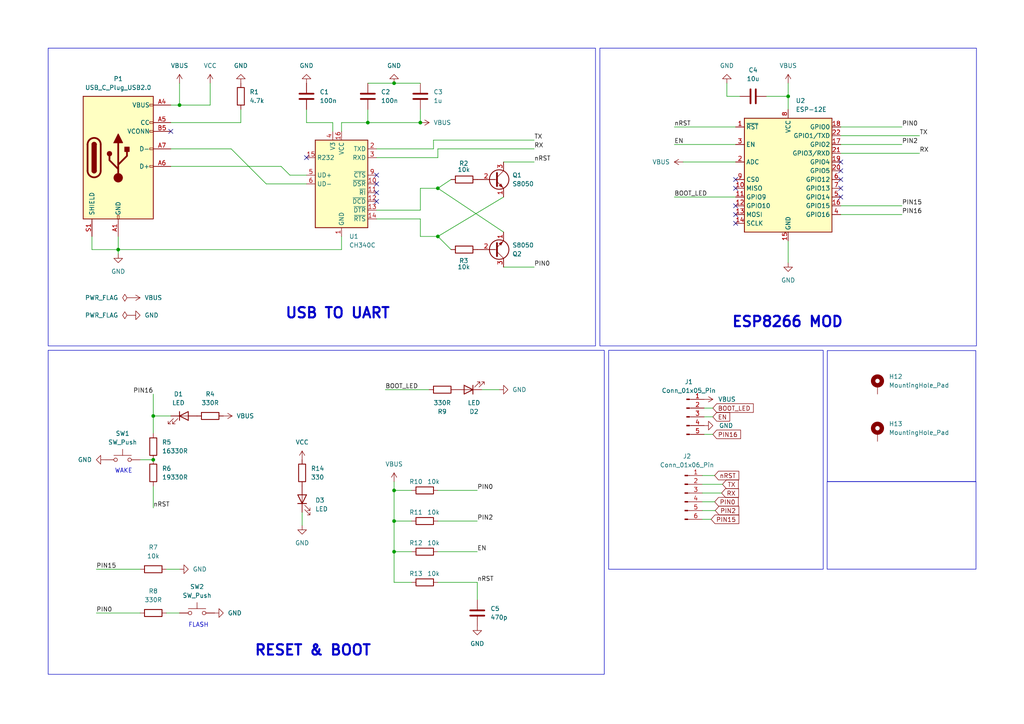
<source format=kicad_sch>
(kicad_sch (version 20230121) (generator eeschema)
  (paper "A4")
  (title_block (title "esp8266 programmer") (date "2024-01-22") (rev "v2") (company "Zheng Lin Lei"))
  (lib_symbols
    (symbol "Connector:Conn_01x05_Pin" (pin_names (offset 1.016) hide)
      (property "Reference" "J" (at 0 7.62 0))
      (property "Value" "Conn_01x05_Pin" (at 0 -7.62 0))
      (symbol "Conn_01x05_Pin_1_1"
        (polyline (pts (xy 1.27 -5.08) (xy 0.8636 -5.08)) (stroke (width 0.1524)))
        (polyline (pts (xy 1.27 -2.54) (xy 0.8636 -2.54)) (stroke (width 0.1524)))
        (polyline (pts (xy 1.27 0) (xy 0.8636 0)) (stroke (width 0.1524)))
        (polyline (pts (xy 1.27 2.54) (xy 0.8636 2.54)) (stroke (width 0.1524)))
        (polyline (pts (xy 1.27 5.08) (xy 0.8636 5.08)) (stroke (width 0.1524)))
        (rectangle (start 0.8636 -4.953) (end 0 -5.207) (stroke (width 0.1524)) (fill (type outline)))
        (rectangle (start 0.8636 -2.413) (end 0 -2.667) (stroke (width 0.1524)) (fill (type outline)))
        (rectangle (start 0.8636 0.127) (end 0 -0.127) (stroke (width 0.1524)) (fill (type outline)))
        (rectangle (start 0.8636 2.667) (end 0 2.413) (stroke (width 0.1524)) (fill (type outline)))
        (rectangle (start 0.8636 5.207) (end 0 4.953) (stroke (width 0.1524)) (fill (type outline)))
        (pin passive line (at 5.08 5.08 180) (length 3.81) (name "Pin_1") (number "1"))
        (pin passive line (at 5.08 2.54 180) (length 3.81) (name "Pin_2") (number "2"))
        (pin passive line (at 5.08 0 180) (length 3.81) (name "Pin_3") (number "3"))
        (pin passive line (at 5.08 -2.54 180) (length 3.81) (name "Pin_4") (number "4"))
        (pin passive line (at 5.08 -5.08 180) (length 3.81) (name "Pin_5") (number "5"))
      )
    )
    (symbol "Connector:Conn_01x06_Pin" (pin_names (offset 1.016) hide)
      (property "Reference" "J" (at 0 7.62 0))
      (property "Value" "Conn_01x06_Pin" (at 0 -10.16 0))
      (symbol "Conn_01x06_Pin_1_1"
        (polyline (pts (xy 1.27 -7.62) (xy 0.8636 -7.62)) (stroke (width 0.1524)))
        (polyline (pts (xy 1.27 -5.08) (xy 0.8636 -5.08)) (stroke (width 0.1524)))
        (polyline (pts (xy 1.27 -2.54) (xy 0.8636 -2.54)) (stroke (width 0.1524)))
        (polyline (pts (xy 1.27 0) (xy 0.8636 0)) (stroke (width 0.1524)))
        (polyline (pts (xy 1.27 2.54) (xy 0.8636 2.54)) (stroke (width 0.1524)))
        (polyline (pts (xy 1.27 5.08) (xy 0.8636 5.08)) (stroke (width 0.1524)))
        (rectangle (start 0.8636 -7.493) (end 0 -7.747) (stroke (width 0.1524)) (fill (type outline)))
        (rectangle (start 0.8636 -4.953) (end 0 -5.207) (stroke (width 0.1524)) (fill (type outline)))
        (rectangle (start 0.8636 -2.413) (end 0 -2.667) (stroke (width 0.1524)) (fill (type outline)))
        (rectangle (start 0.8636 0.127) (end 0 -0.127) (stroke (width 0.1524)) (fill (type outline)))
        (rectangle (start 0.8636 2.667) (end 0 2.413) (stroke (width 0.1524)) (fill (type outline)))
        (rectangle (start 0.8636 5.207) (end 0 4.953) (stroke (width 0.1524)) (fill (type outline)))
        (pin passive line (at 5.08 5.08 180) (length 3.81) (name "Pin_1") (number "1"))
        (pin passive line (at 5.08 2.54 180) (length 3.81) (name "Pin_2") (number "2"))
        (pin passive line (at 5.08 0 180) (length 3.81) (name "Pin_3") (number "3"))
        (pin passive line (at 5.08 -2.54 180) (length 3.81) (name "Pin_4") (number "4"))
        (pin passive line (at 5.08 -5.08 180) (length 3.81) (name "Pin_5") (number "5"))
        (pin passive line (at 5.08 -7.62 180) (length 3.81) (name "Pin_6") (number "6"))
      )
    )
    (symbol "Connector:USB_C_Plug_USB2.0" (pin_names (offset 1.016))
      (property "Reference" "P" (at -10.16 19.05 0))
      (property "Value" "USB_C_Plug_USB2.0" (at 12.7 19.05 0))
      (symbol "USB_C_Plug_USB2.0_0_0"
        (rectangle (start -0.254 -17.78) (end 0.254 -16.764))
        (rectangle (start 10.16 -2.286) (end 9.144 -2.794))
        (rectangle (start 10.16 2.794) (end 9.144 2.286))
        (rectangle (start 10.16 7.874) (end 9.144 7.366))
        (rectangle (start 10.16 10.414) (end 9.144 9.906))
        (rectangle (start 10.16 15.494) (end 9.144 14.986))
      )
      (symbol "USB_C_Plug_USB2.0_0_1"
        (rectangle (start -10.16 17.78) (end 10.16 -17.78) (stroke (width 0.254)) (fill (type background)))
        (arc (start -8.89 -3.81) (mid -6.985 -5.7067) (end -5.08 -3.81) (stroke (width 0.508)))
        (arc (start -7.62 -3.81) (mid -6.985 -4.4423) (end -6.35 -3.81) (stroke (width 0.254)))
        (arc (start -7.62 -3.81) (mid -6.985 -4.4423) (end -6.35 -3.81) (stroke (width 0.254)) (fill (type outline)))
        (rectangle (start -7.62 -3.81) (end -6.35 3.81) (stroke (width 0.254)) (fill (type outline)))
        (arc (start -6.35 3.81) (mid -6.985 4.4423) (end -7.62 3.81) (stroke (width 0.254)))
        (arc (start -6.35 3.81) (mid -6.985 4.4423) (end -7.62 3.81) (stroke (width 0.254)) (fill (type outline)))
        (arc (start -5.08 3.81) (mid -6.985 5.7067) (end -8.89 3.81) (stroke (width 0.508)))
        (circle (center -2.54 1.143) (radius 0.635) (stroke (width 0.254)) (fill (type outline)))
        (circle (center 0 -5.842) (radius 1.27) (fill (type outline)))
        (polyline (pts (xy -8.89 -3.81) (xy -8.89 3.81)) (stroke (width 0.508)))
        (polyline (pts (xy -5.08 3.81) (xy -5.08 -3.81)) (stroke (width 0.508)))
        (polyline (pts (xy 0 -5.842) (xy 0 4.318)) (stroke (width 0.508)))
        (polyline (pts (xy 0 -3.302) (xy -2.54 -0.762) (xy -2.54 0.508)) (stroke (width 0.508)))
        (polyline (pts (xy 0 -2.032) (xy 2.54 0.508) (xy 2.54 1.778)) (stroke (width 0.508)))
        (polyline (pts (xy -1.27 4.318) (xy 0 6.858) (xy 1.27 4.318) (xy -1.27 4.318)) (stroke (width 0.254)) (fill (type outline)))
        (rectangle (start 1.905 1.778) (end 3.175 3.048) (stroke (width 0.254)) (fill (type outline)))
      )
      (symbol "USB_C_Plug_USB2.0_1_1"
        (pin passive line (at 0 -22.86 90) (length 5.08) (name "GND") (number "A1"))
        (pin passive line (at 0 -22.86 90) (length 5.08) hide (name "GND") (number "A12"))
        (pin passive line (at 15.24 15.24 180) (length 5.08) (name "VBUS") (number "A4"))
        (pin bidirectional line (at 15.24 10.16 180) (length 5.08) (name "CC") (number "A5"))
        (pin bidirectional line (at 15.24 -2.54 180) (length 5.08) (name "D+") (number "A6"))
        (pin bidirectional line (at 15.24 2.54 180) (length 5.08) (name "D-") (number "A7"))
        (pin passive line (at 15.24 15.24 180) (length 5.08) hide (name "VBUS") (number "A9"))
        (pin passive line (at 0 -22.86 90) (length 5.08) hide (name "GND") (number "B1"))
        (pin passive line (at 0 -22.86 90) (length 5.08) hide (name "GND") (number "B12"))
        (pin passive line (at 15.24 15.24 180) (length 5.08) hide (name "VBUS") (number "B4"))
        (pin bidirectional line (at 15.24 7.62 180) (length 5.08) (name "VCONN") (number "B5"))
        (pin passive line (at 15.24 15.24 180) (length 5.08) hide (name "VBUS") (number "B9"))
        (pin passive line (at -7.62 -22.86 90) (length 5.08) (name "SHIELD") (number "S1"))
      )
    )
    (symbol "Device:C" (pin_numbers hide) (pin_names (offset 0.254))
      (property "Reference" "C" (at 0.635 2.54 0))
      (property "Value" "C" (at 0.635 -2.54 0))
      (symbol "C_0_1"
        (polyline (pts (xy -2.032 -0.762) (xy 2.032 -0.762)) (stroke (width 0.508)))
        (polyline (pts (xy -2.032 0.762) (xy 2.032 0.762)) (stroke (width 0.508)))
      )
      (symbol "C_1_1"
        (pin passive line (at 0 3.81 270) (length 2.794) (name "~") (number "1"))
        (pin passive line (at 0 -3.81 90) (length 2.794) (name "~") (number "2"))
      )
    )
    (symbol "Device:LED" (pin_numbers hide) (pin_names (offset 1.016) hide)
      (property "Reference" "D" (at 0 2.54 0))
      (property "Value" "LED" (at 0 -2.54 0))
      (symbol "LED_0_1"
        (polyline (pts (xy -1.27 -1.27) (xy -1.27 1.27)) (stroke (width 0.254)))
        (polyline (pts (xy -1.27 0) (xy 1.27 0)))
        (polyline (pts (xy 1.27 -1.27) (xy 1.27 1.27) (xy -1.27 0) (xy 1.27 -1.27)) (stroke (width 0.254)))
        (polyline (pts (xy -3.048 -0.762) (xy -4.572 -2.286) (xy -3.81 -2.286) (xy -4.572 -2.286) (xy -4.572 -1.524)))
        (polyline (pts (xy -1.778 -0.762) (xy -3.302 -2.286) (xy -2.54 -2.286) (xy -3.302 -2.286) (xy -3.302 -1.524)))
      )
      (symbol "LED_1_1"
        (pin passive line (at -3.81 0 0) (length 2.54) (name "K") (number "1"))
        (pin passive line (at 3.81 0 180) (length 2.54) (name "A") (number "2"))
      )
    )
    (symbol "Device:R" (pin_numbers hide) (pin_names (offset 0))
      (property "Reference" "R" (at 2.032 0 90))
      (property "Value" "R" (at 0 0 90))
      (symbol "R_0_1"
        (rectangle (start -1.016 -2.54) (end 1.016 2.54) (stroke (width 0.254)))
      )
      (symbol "R_1_1"
        (pin passive line (at 0 3.81 270) (length 1.27) (name "~") (number "1"))
        (pin passive line (at 0 -3.81 90) (length 1.27) (name "~") (number "2"))
      )
    )
    (symbol "Interface_USB:CH340C"
      (property "Reference" "U" (at -5.08 13.97 0))
      (property "Value" "CH340C" (at 1.27 13.97 0))
      (symbol "CH340C_0_1"
        (rectangle (start -7.62 12.7) (end 7.62 -12.7) (stroke (width 0.254)) (fill (type background)))
      )
      (symbol "CH340C_1_1"
        (pin power_in line (at 0 -15.24 90) (length 2.54) (name "GND") (number "1"))
        (pin input line (at 10.16 0 180) (length 2.54) (name "~{DSR}") (number "10"))
        (pin input line (at 10.16 -2.54 180) (length 2.54) (name "~{RI}") (number "11"))
        (pin input line (at 10.16 -5.08 180) (length 2.54) (name "~{DCD}") (number "12"))
        (pin output line (at 10.16 -7.62 180) (length 2.54) (name "~{DTR}") (number "13"))
        (pin output line (at 10.16 -10.16 180) (length 2.54) (name "~{RTS}") (number "14"))
        (pin input line (at -10.16 7.62 0) (length 2.54) (name "R232") (number "15"))
        (pin power_in line (at 0 15.24 270) (length 2.54) (name "VCC") (number "16"))
        (pin output line (at 10.16 10.16 180) (length 2.54) (name "TXD") (number "2"))
        (pin input line (at 10.16 7.62 180) (length 2.54) (name "RXD") (number "3"))
        (pin passive line (at -2.54 15.24 270) (length 2.54) (name "V3") (number "4"))
        (pin bidirectional line (at -10.16 2.54 0) (length 2.54) (name "UD+") (number "5"))
        (pin bidirectional line (at -10.16 0 0) (length 2.54) (name "UD-") (number "6"))
        (pin no_connect line (at -7.62 -7.62 0) (length 2.54) hide (name "NC") (number "7"))
        (pin no_connect line (at -7.62 -10.16 0) (length 2.54) hide (name "NC") (number "8"))
        (pin input line (at 10.16 2.54 180) (length 2.54) (name "~{CTS}") (number "9"))
      )
    )
    (symbol "Mechanical:MountingHole_Pad" (pin_numbers hide) (pin_names (offset 1.016) hide)
      (property "Reference" "H" (at 0 6.35 0))
      (property "Value" "MountingHole_Pad" (at 0 4.445 0))
      (symbol "MountingHole_Pad_0_1"
        (circle (center 0 1.27) (radius 1.27) (stroke (width 1.27)))
      )
      (symbol "MountingHole_Pad_1_1"
        (pin input line (at 0 -2.54 90) (length 2.54) (name "1") (number "1"))
      )
    )
    (symbol "RF_Module:ESP-12E_XPIN"
      (property "Reference" "U" (at -12.7 19.05 0))
      (property "Value" "ESP-12E" (at 12.7 19.05 0))
      (symbol "ESP-12E_XPIN_0_1"
        (rectangle (start -12.7 17.78) (end 12.7 -15.24) (stroke (width 0.254)) (fill (type background)))
      )
      (symbol "ESP-12E_XPIN_1_1"
        (pin input line (at -15.24 15.24 0) (length 2.54) (name "~{RST}") (number "1"))
        (pin bidirectional line (at -15.24 -2.54 0) (length 2.54) (name "MISO") (number "10"))
        (pin bidirectional line (at -15.24 -5.08 0) (length 2.54) (name "GPIO9") (number "11"))
        (pin bidirectional line (at -15.24 -7.62 0) (length 2.54) (name "GPIO10") (number "12"))
        (pin bidirectional line (at -15.24 -10.16 0) (length 2.54) (name "MOSI") (number "13"))
        (pin bidirectional line (at -15.24 -12.7 0) (length 2.54) (name "SCLK") (number "14"))
        (pin power_in line (at 0 -17.78 90) (length 2.54) (name "GND") (number "15"))
        (pin bidirectional line (at 15.24 -7.62 180) (length 2.54) (name "GPIO15") (number "16"))
        (pin bidirectional line (at 15.24 10.16 180) (length 2.54) (name "GPIO2") (number "17"))
        (pin bidirectional line (at 15.24 15.24 180) (length 2.54) (name "GPIO0") (number "18"))
        (pin bidirectional line (at 15.24 5.08 180) (length 2.54) (name "GPIO4") (number "19"))
        (pin input line (at -15.24 5.08 0) (length 2.54) (name "ADC") (number "2"))
        (pin bidirectional line (at 15.24 2.54 180) (length 2.54) (name "GPIO5") (number "20"))
        (pin bidirectional line (at 15.24 7.62 180) (length 2.54) (name "GPIO3/RXD") (number "21"))
        (pin bidirectional line (at 15.24 12.7 180) (length 2.54) (name "GPIO1/TXD") (number "22"))
        (pin input line (at -15.24 10.16 0) (length 2.54) (name "EN") (number "3"))
        (pin bidirectional line (at 15.24 -10.16 180) (length 2.54) (name "GPIO16") (number "4"))
        (pin bidirectional line (at 15.24 -5.08 180) (length 2.54) (name "GPIO14") (number "5"))
        (pin bidirectional line (at 15.24 0 180) (length 2.54) (name "GPIO12") (number "6"))
        (pin bidirectional line (at 15.24 -2.54 180) (length 2.54) (name "GPIO13") (number "7"))
        (pin power_in line (at 0 20.32 270) (length 2.54) (name "VCC") (number "8"))
        (pin input line (at -15.24 0 0) (length 2.54) (name "CS0") (number "9"))
      )
    )
    (symbol "Switch:SW_Push" (pin_numbers hide) (pin_names (offset 1.016) hide)
      (property "Reference" "SW" (at 1.27 2.54 0))
      (property "Value" "SW_Push" (at 0 -1.524 0))
      (symbol "SW_Push_0_1"
        (circle (center -2.032 0) (radius 0.508))
        (polyline (pts (xy 0 1.27) (xy 0 3.048)))
        (polyline (pts (xy 2.54 1.27) (xy -2.54 1.27)))
        (circle (center 2.032 0) (radius 0.508))
        (pin passive line (at -5.08 0 0) (length 2.54) (name "1") (number "1"))
        (pin passive line (at 5.08 0 180) (length 2.54) (name "2") (number "2"))
      )
    )
    (symbol "Transistor_BJT:S8050" (pin_names (offset 0) hide)
      (property "Reference" "Q" (at 5.08 1.905 0))
      (property "Value" "S8050" (at 5.08 0 0))
      (symbol "S8050_0_1"
        (polyline (pts (xy 0 0) (xy 0.635 0)))
        (polyline (pts (xy 0.635 0.635) (xy 2.54 2.54)))
        (polyline (pts (xy 0.635 -0.635) (xy 2.54 -2.54) (xy 2.54 -2.54)))
        (polyline (pts (xy 0.635 1.905) (xy 0.635 -1.905) (xy 0.635 -1.905)) (stroke (width 0.508)))
        (polyline (pts (xy 1.27 -1.778) (xy 1.778 -1.27) (xy 2.286 -2.286) (xy 1.27 -1.778) (xy 1.27 -1.778)) (fill (type outline)))
        (circle (center 1.27 0) (radius 2.8194) (stroke (width 0.254)))
      )
      (symbol "S8050_1_1"
        (pin passive line (at 2.54 -5.08 90) (length 2.54) (name "E") (number "1"))
        (pin input line (at -5.08 0 0) (length 5.08) (name "B") (number "2"))
        (pin passive line (at 2.54 5.08 270) (length 2.54) (name "C") (number "3"))
      )
    )
    (symbol "power:GND" (power) (pin_names (offset 0))
      (property "Value" "GND" (at 0 -3.81 0))
      (symbol "GND_0_1"
        (polyline (pts (xy 0 0) (xy 0 -1.27) (xy 1.27 -1.27) (xy 0 -2.54) (xy -1.27 -1.27) (xy 0 -1.27)))
      )
      (symbol "GND_1_1"
        (pin power_in line (at 0 0 270) (length 0) hide (name "GND") (number "1"))
      )
    )
    (symbol "power:PWR_FLAG" (power) (pin_numbers hide) (pin_names (offset 0) hide)
      (property "Value" "PWR_FLAG" (at 0 3.81 0))
      (symbol "PWR_FLAG_0_0"
        (pin power_out line (at 0 0 90) (length 0) (name "pwr") (number "1"))
      )
      (symbol "PWR_FLAG_0_1"
        (polyline (pts (xy 0 0) (xy 0 1.27) (xy -1.016 1.905) (xy 0 2.54) (xy 1.016 1.905) (xy 0 1.27)))
      )
    )
    (symbol "power:VBUS" (power) (pin_names (offset 0))
      (property "Value" "VBUS" (at 0 3.81 0))
      (symbol "VBUS_0_1"
        (polyline (pts (xy -0.762 1.27) (xy 0 2.54)))
        (polyline (pts (xy 0 0) (xy 0 2.54)))
        (polyline (pts (xy 0 2.54) (xy 0.762 1.27)))
      )
      (symbol "VBUS_1_1"
        (pin power_in line (at 0 0 90) (length 0) hide (name "VBUS") (number "1"))
      )
    )
    (symbol "power:VCC" (power) (pin_names (offset 0))
      (property "Value" "VCC" (at 0 3.81 0))
      (symbol "VCC_0_1"
        (polyline (pts (xy -0.762 1.27) (xy 0 2.54)))
        (polyline (pts (xy 0 0) (xy 0 2.54)))
        (polyline (pts (xy 0 2.54) (xy 0.762 1.27)))
      )
      (symbol "VCC_1_1"
        (pin power_in line (at 0 0 90) (length 0) hide (name "VCC") (number "1"))
      )
    )
  )
  (junction (at 52.07 30.48))
  (junction (at 114.3 24.13))
  (junction (at 114.3 151.13))
  (junction (at 228.6 27.94))
  (junction (at 114.3 142.24))
  (junction (at 44.45 120.65))
  (junction (at 127 54.61))
  (junction (at 114.3 160.02))
  (junction (at 127 68.58))
  (junction (at 121.92 35.56))
  (junction (at 34.29 72.39))
  (junction (at 106.68 35.56))
  (junction (at 44.45 133.35))
  (no_connect (at 213.36 64.77))
  (no_connect (at 109.22 53.34))
  (no_connect (at 49.53 38.1))
  (no_connect (at 109.22 58.42))
  (no_connect (at 243.84 52.07))
  (no_connect (at 88.9 45.72))
  (no_connect (at 243.84 49.53))
  (no_connect (at 243.84 54.61))
  (no_connect (at 243.84 57.15))
  (no_connect (at 213.36 54.61))
  (no_connect (at 109.22 55.88))
  (no_connect (at 213.36 52.07))
  (no_connect (at 109.22 50.8))
  (no_connect (at 213.36 62.23))
  (no_connect (at 213.36 59.69))
  (no_connect (at 243.84 46.99))
  (wire (pts (xy 127 151.13) (xy 138.43 151.13)))
  (wire (pts (xy 127 68.58) (xy 130.81 72.39)))
  (wire (pts (xy 198.12 46.99) (xy 213.36 46.99)))
  (wire (pts (xy 204.216 118.364) (xy 206.756 118.364)))
  (wire (pts (xy 204.216 125.984) (xy 206.756 125.984)))
  (wire (pts (xy 121.92 68.58) (xy 127 68.58)))
  (wire (pts (xy 127 160.02) (xy 138.43 160.02)))
  (wire (pts (xy 99.06 68.58) (xy 99.06 72.39)))
  (wire (pts (xy 195.58 57.15) (xy 213.36 57.15)))
  (wire (pts (xy 49.53 43.18) (xy 67.056 43.18)))
  (wire (pts (xy 146.05 46.99) (xy 154.94 46.99)))
  (wire (pts (xy 127 43.18) (xy 127 45.72)))
  (wire (pts (xy 204.216 120.904) (xy 206.756 120.904)))
  (wire (pts (xy 146.05 77.47) (xy 154.94 77.47)))
  (wire (pts (xy 114.3 142.24) (xy 119.38 142.24)))
  (wire (pts (xy 96.52 38.1) (xy 96.52 35.56)))
  (wire (pts (xy 203.708 150.622) (xy 206.248 150.622)))
  (wire (pts (xy 125.73 40.64) (xy 154.94 40.64)))
  (wire (pts (xy 121.92 54.61) (xy 127 54.61)))
  (wire (pts (xy 67.056 43.18) (xy 77.216 53.34)))
  (wire (pts (xy 84.074 50.8) (xy 88.9 50.8)))
  (wire (pts (xy 77.216 53.34) (xy 88.9 53.34)))
  (wire (pts (xy 99.06 72.39) (xy 34.29 72.39)))
  (wire (pts (xy 114.3 151.13) (xy 114.3 160.02)))
  (wire (pts (xy 114.3 24.13) (xy 121.92 24.13)))
  (wire (pts (xy 203.708 143.002) (xy 209.296 143.002)))
  (wire (pts (xy 96.52 35.56) (xy 88.9 35.56)))
  (wire (pts (xy 114.3 151.13) (xy 119.38 151.13)))
  (wire (pts (xy 121.92 35.56) (xy 121.92 31.75)))
  (wire (pts (xy 40.64 133.35) (xy 44.45 133.35)))
  (wire (pts (xy 69.85 35.56) (xy 69.85 31.75)))
  (wire (pts (xy 125.73 43.18) (xy 109.22 43.18)))
  (wire (pts (xy 114.3 142.24) (xy 114.3 151.13)))
  (wire (pts (xy 127 168.91) (xy 138.43 168.91)))
  (wire (pts (xy 243.84 39.37) (xy 266.7 39.37)))
  (wire (pts (xy 49.53 48.26) (xy 81.534 48.26)))
  (wire (pts (xy 207.4418 148.0819) (xy 207.4418 148.082)))
  (wire (pts (xy 52.07 30.48) (xy 60.96 30.48)))
  (wire (pts (xy 44.45 114.3) (xy 44.45 120.65)))
  (wire (pts (xy 106.68 35.56) (xy 121.92 35.56)))
  (wire (pts (xy 121.92 60.96) (xy 121.92 54.61)))
  (wire (pts (xy 87.63 148.59) (xy 87.63 152.4)))
  (wire (pts (xy 203.708 140.462) (xy 209.55 140.462)))
  (wire (pts (xy 207.2864 145.5421) (xy 207.2864 145.542)))
  (wire (pts (xy 195.58 36.83) (xy 213.36 36.83)))
  (wire (pts (xy 243.84 44.45) (xy 266.7 44.45)))
  (wire (pts (xy 49.53 35.56) (xy 69.85 35.56)))
  (wire (pts (xy 195.58 41.91) (xy 213.36 41.91)))
  (wire (pts (xy 44.45 140.97) (xy 44.45 147.32)))
  (wire (pts (xy 109.22 63.5) (xy 121.92 63.5)))
  (wire (pts (xy 228.6 69.85) (xy 228.6 76.2)))
  (wire (pts (xy 114.3 160.02) (xy 114.3 168.91)))
  (wire (pts (xy 27.94 177.8) (xy 40.64 177.8)))
  (wire (pts (xy 127 43.18) (xy 154.94 43.18)))
  (wire (pts (xy 146.05 67.31) (xy 127 54.61)))
  (wire (pts (xy 138.43 168.91) (xy 138.43 173.99)))
  (wire (pts (xy 34.29 68.58) (xy 34.29 72.39)))
  (wire (pts (xy 243.84 36.83) (xy 261.62 36.83)))
  (wire (pts (xy 114.3 160.02) (xy 119.38 160.02)))
  (wire (pts (xy 48.26 177.8) (xy 52.07 177.8)))
  (wire (pts (xy 127 54.61) (xy 130.81 52.07)))
  (wire (pts (xy 125.73 40.64) (xy 125.73 43.18)))
  (wire (pts (xy 106.68 24.13) (xy 114.3 24.13)))
  (wire (pts (xy 34.29 72.39) (xy 34.29 73.66)))
  (wire (pts (xy 207.4418 148.082) (xy 203.708 148.082)))
  (wire (pts (xy 210.82 27.94) (xy 210.82 24.13)))
  (wire (pts (xy 49.53 30.48) (xy 52.07 30.48)))
  (wire (pts (xy 243.84 41.91) (xy 261.62 41.91)))
  (wire (pts (xy 114.3 168.91) (xy 119.38 168.91)))
  (wire (pts (xy 203.708 137.922) (xy 207.264 137.922)))
  (wire (pts (xy 88.9 35.56) (xy 88.9 31.75)))
  (wire (pts (xy 214.63 27.94) (xy 210.82 27.94)))
  (wire (pts (xy 26.67 72.39) (xy 34.29 72.39)))
  (wire (pts (xy 228.6 24.13) (xy 228.6 27.94)))
  (wire (pts (xy 48.26 165.1) (xy 52.07 165.1)))
  (wire (pts (xy 114.3 139.7) (xy 114.3 142.24)))
  (wire (pts (xy 127 45.72) (xy 109.22 45.72)))
  (wire (pts (xy 146.05 57.15) (xy 127 68.58)))
  (wire (pts (xy 49.53 120.65) (xy 44.45 120.65)))
  (wire (pts (xy 26.67 68.58) (xy 26.67 72.39)))
  (wire (pts (xy 207.2864 145.542) (xy 203.708 145.542)))
  (wire (pts (xy 127 142.24) (xy 138.43 142.24)))
  (wire (pts (xy 111.76 113.03) (xy 124.46 113.03)))
  (wire (pts (xy 121.92 63.5) (xy 121.92 68.58)))
  (wire (pts (xy 27.94 165.1) (xy 40.64 165.1)))
  (wire (pts (xy 99.06 38.1) (xy 99.06 35.56)))
  (wire (pts (xy 228.6 27.94) (xy 228.6 31.75)))
  (wire (pts (xy 60.96 24.13) (xy 60.96 30.48)))
  (wire (pts (xy 106.68 31.75) (xy 106.68 35.56)))
  (wire (pts (xy 243.84 62.23) (xy 261.62 62.23)))
  (wire (pts (xy 222.25 27.94) (xy 228.6 27.94)))
  (wire (pts (xy 99.06 35.56) (xy 106.68 35.56)))
  (wire (pts (xy 44.45 120.65) (xy 44.45 125.73)))
  (wire (pts (xy 81.534 48.26) (xy 84.074 50.8)))
  (wire (pts (xy 139.7 113.03) (xy 144.78 113.03)))
  (wire (pts (xy 52.07 30.48) (xy 52.07 24.13)))
  (wire (pts (xy 243.84 59.69) (xy 261.62 59.69)))
  (wire (pts (xy 109.22 60.96) (xy 121.92 60.96)))
  (rectangle (start 173.99 13.97) (end 283.21 100.33))
  (rectangle (start 13.97 13.97) (end 172.72 100.33))
  (rectangle (start 239.8985 139.6852) (end 283.0785 165.0852))
  (rectangle (start 13.97 101.6) (end 175.26 195.58))
  (rectangle (start 239.9453 101.6752) (end 283.0259 139.7))
  (rectangle (start 176.53 101.6) (end 238.76 165.1))
  (text "FLASH\n" (at 54.61 182.118 0) (effects (font (size 1.27 1.27)) (justify left bottom)))
  (text "ESP8266 MOD\n" (at 212.09 95.25 0) (effects (font (size 3 3) (thickness 0.6) bold) (justify left bottom)))
  (text "USB TO UART\n" (at 82.55 92.71 0) (effects (font (size 3 3) (thickness 0.6) bold) (justify left bottom)))
  (text "WAKE\n" (at 33.274 137.414 0) (effects (font (size 1.27 1.27)) (justify left bottom)))
  (text "RESET & BOOT\n" (at 73.66 190.5 0) (effects (font (size 3 3) (thickness 0.6) bold) (justify left bottom)))
  (label "EN" (at 195.58 41.91 0))
  (label "RX" (at 154.94 43.18 0))
  (label "nRST" (at 44.45 147.32 0))
  (label "PIN0" (at 138.43 142.24 0))
  (label "PIN16" (at 261.62 62.23 0))
  (label "BOOT_LED" (at 195.58 57.15 0))
  (label "PIN0" (at 27.94 177.8 0))
  (label "TX" (at 266.7 39.37 0))
  (label "PIN15" (at 27.94 165.1 0))
  (label "PIN2" (at 138.43 151.13 0))
  (label "nRST" (at 195.58 36.83 0))
  (label "RX" (at 266.7 44.45 0))
  (label "EN" (at 138.43 160.02 0))
  (label "BOOT_LED" (at 111.76 113.03 0))
  (label "PIN16" (at 44.45 114.3 180))
  (label "PIN15" (at 261.62 59.69 0))
  (label "TX" (at 154.94 40.64 0))
  (label "PIN0" (at 154.94 77.47 0))
  (label "PIN0" (at 261.62 36.83 0))
  (label "PIN2" (at 261.62 41.91 0))
  (label "nRST" (at 154.94 46.99 0))
  (label "nRST" (at 138.43 168.91 0))
  (global_label "TX" (shape input) (at 209.55 140.462 0) (property "Intersheetrefs" "${INTERSHEET_REFS}" (effects hide)))
  (global_label "PIN16" (shape input) (at 206.756 125.984 0) (property "Intersheetrefs" "${INTERSHEET_REFS}" (effects hide)))
  (global_label "nRST" (shape input) (at 207.264 137.922 0) (property "Intersheetrefs" "${INTERSHEET_REFS}" (effects hide)))
  (global_label "PIN15" (shape input) (at 206.248 150.622 0) (property "Intersheetrefs" "${INTERSHEET_REFS}" (effects hide)))
  (global_label "BOOT_LED" (shape input) (at 206.756 118.364 0) (property "Intersheetrefs" "${INTERSHEET_REFS}" (effects hide)))
  (global_label "PIN0" (shape input) (at 207.2864 145.5421 0) (property "Intersheetrefs" "${INTERSHEET_REFS}" (effects hide)))
  (global_label "RX" (shape input) (at 209.296 143.002 0) (property "Intersheetrefs" "${INTERSHEET_REFS}" (effects hide)))
  (global_label "EN" (shape input) (at 206.756 120.904 0) (property "Intersheetrefs" "${INTERSHEET_REFS}" (effects hide)))
  (global_label "PIN2" (shape input) (at 207.4418 148.0819 0) (property "Intersheetrefs" "${INTERSHEET_REFS}" (effects hide)))
  (symbol (lib_id "Device:LED") (at 135.89 113.03 180) (unit 1)
    (property "Reference" "D2" (at 137.4775 119.38 0))
    (property "Value" "LED" (at 137.4775 116.84 0))
    (property "Footprint" "LED_SMD:LED_0402_1005Metric_Pad0.77x0.64mm_HandSolder" (effects hide))
  )
  (symbol (lib_id "power:VBUS") (at 204.216 115.824 270) (unit 1)
    (property "Reference" "#PWR025" (effects hide))
    (property "Value" "VBUS" (at 208.28 115.824 90) (effects (justify left)))
  )
  (symbol (lib_id "Switch:SW_Push") (at 35.56 133.35 0) (unit 1)
    (property "Reference" "SW1" (at 35.56 125.73 0))
    (property "Value" "SW_Push" (at 35.56 128.27 0))
    (property "Footprint" "Button_Switch_THT:SW_PUSH_6mm" (effects hide))
  )
  (symbol (lib_id "Device:R") (at 123.19 142.24 90) (unit 1)
    (property "Reference" "R10" (at 120.65 139.7 90))
    (property "Value" "10k" (at 125.73 139.7 90))
    (property "Footprint" "Resistor_SMD:R_0402_1005Metric_Pad0.72x0.64mm_HandSolder" (effects hide))
  )
  (symbol (lib_id "Device:R") (at 134.62 72.39 90) (unit 1)
    (property "Reference" "R3" (at 134.5164 75.6342 90))
    (property "Value" "10k" (at 134.5164 77.4277 90))
    (property "Footprint" "Resistor_SMD:R_0402_1005Metric_Pad0.72x0.64mm_HandSolder" (effects hide))
  )
  (symbol (lib_id "power:VBUS") (at 52.07 24.13 0) (unit 1)
    (property "Reference" "#PWR02" (effects hide))
    (property "Value" "VBUS" (at 52.07 19.05 0))
  )
  (symbol (lib_id "power:GND") (at 38.1 91.44 90) (unit 1)
    (property "Reference" "#PWR024" (effects hide))
    (property "Value" "GND" (at 41.91 91.44 90) (effects (justify right)))
  )
  (symbol (lib_id "power:GND") (at 204.216 123.444 90) (unit 1)
    (property "Reference" "#PWR026" (effects hide))
    (property "Value" "GND" (at 208.534 123.444 90) (effects (justify right)))
  )
  (symbol (lib_id "power:GND") (at 30.48 133.35 270) (unit 1)
    (property "Reference" "#PWR012" (effects hide))
    (property "Value" "GND" (at 26.67 133.35 90) (effects (justify right)))
  )
  (symbol (lib_id "Device:C") (at 106.68 27.94 0) (unit 1)
    (property "Reference" "C2" (at 110.49 26.67 0) (effects (justify left)))
    (property "Value" "100n" (at 110.49 29.21 0) (effects (justify left)))
    (property "Footprint" "Capacitor_SMD:C_0402_1005Metric_Pad0.74x0.62mm_HandSolder" (effects hide))
  )
  (symbol (lib_id "Connector:Conn_01x06_Pin") (at 198.628 143.002 0) (unit 1)
    (property "Reference" "J2" (at 199.263 132.334 0))
    (property "Value" "Conn_01x06_Pin" (at 199.263 134.874 0))
    (property "Footprint" "Connector_PinHeader_2.54mm:PinHeader_1x06_P2.54mm_Vertical" (effects hide))
  )
  (symbol (lib_id "Device:R") (at 87.63 137.16 0) (unit 1)
    (property "Reference" "R14" (at 90.17 135.89 0) (effects (justify left)))
    (property "Value" "330" (at 90.17 138.43 0) (effects (justify left)))
    (property "Footprint" "Resistor_SMD:R_0402_1005Metric_Pad0.72x0.64mm_HandSolder" (effects hide))
  )
  (symbol (lib_id "Device:C") (at 218.44 27.94 90) (unit 1)
    (property "Reference" "C4" (at 218.44 20.32 90))
    (property "Value" "10u" (at 218.44 22.86 90))
    (property "Footprint" "Capacitor_SMD:C_0402_1005Metric_Pad0.74x0.62mm_HandSolder" (effects hide))
  )
  (symbol (lib_id "Device:R") (at 134.62 52.07 90) (unit 1)
    (property "Reference" "R2" (at 134.5164 47.4041 90))
    (property "Value" "10k" (at 134.5164 49.1976 90))
    (property "Footprint" "Resistor_SMD:R_0402_1005Metric_Pad0.72x0.64mm_HandSolder" (effects hide))
  )
  (symbol (lib_id "Device:R") (at 123.19 160.02 90) (unit 1)
    (property "Reference" "R12" (at 120.65 157.48 90))
    (property "Value" "10k" (at 125.73 157.48 90))
    (property "Footprint" "Resistor_SMD:R_0402_1005Metric_Pad0.72x0.64mm_HandSolder" (effects hide))
  )
  (symbol (lib_id "Device:R") (at 128.27 113.03 90) (unit 1)
    (property "Reference" "R9" (at 128.27 119.38 90))
    (property "Value" "330R" (at 128.27 116.84 90))
    (property "Footprint" "Resistor_SMD:R_0402_1005Metric_Pad0.72x0.64mm_HandSolder" (effects hide))
  )
  (symbol (lib_id "Connector:USB_C_Plug_USB2.0") (at 34.29 45.72 0) (unit 1)
    (property "Reference" "P1" (at 34.29 22.86 0))
    (property "Value" "USB_C_Plug_USB2.0" (at 34.29 25.4 0))
    (property "Footprint" "Library:TYPE-C 16PIN 2MD(073)" (effects hide))
    (property "Datasheet" "https://www.usb.org/sites/default/files/documents/usb_type-c.zip" (effects hide))
  )
  (symbol (lib_id "power:GND") (at 144.78 113.03 90) (unit 1)
    (property "Reference" "#PWR015" (effects hide))
    (property "Value" "GND" (at 148.59 113.03 90) (effects (justify right)))
  )
  (symbol (lib_id "power:GND") (at 88.9 24.13 180) (unit 1)
    (property "Reference" "#PWR05" (effects hide))
    (property "Value" "GND" (at 88.9 19.05 0))
  )
  (symbol (lib_id "power:VBUS") (at 121.92 35.56 270) (unit 1)
    (property "Reference" "#PWR020" (effects hide))
    (property "Value" "VBUS" (at 125.73 35.56 90) (effects (justify left)))
  )
  (symbol (lib_id "power:GND") (at 69.85 24.13 180) (unit 1)
    (property "Reference" "#PWR04" (effects hide))
    (property "Value" "GND" (at 69.85 19.05 0))
  )
  (symbol (lib_id "power:GND") (at 87.63 152.4 0) (unit 1)
    (property "Reference" "#PWR018" (effects hide))
    (property "Value" "GND" (at 87.63 157.48 0))
  )
  (symbol (lib_id "power:GND") (at 62.23 177.8 90) (unit 1)
    (property "Reference" "#PWR014" (effects hide))
    (property "Value" "GND" (at 66.04 177.8 90) (effects (justify right)))
  )
  (symbol (lib_id "Connector:Conn_01x05_Pin") (at 199.136 120.904 0) (unit 1)
    (property "Reference" "J1" (at 199.771 110.744 0))
    (property "Value" "Conn_01x05_Pin" (at 199.771 113.284 0))
    (property "Footprint" "Connector_PinHeader_2.54mm:PinHeader_1x05_P2.54mm_Vertical" (effects hide))
  )
  (symbol (lib_id "power:VBUS") (at 64.77 120.65 270) (unit 1)
    (property "Reference" "#PWR011" (effects hide))
    (property "Value" "VBUS" (at 68.58 120.65 90) (effects (justify left)))
  )
  (symbol (lib_id "Device:LED") (at 53.34 120.65 0) (unit 1)
    (property "Reference" "D1" (at 51.7525 114.3 0))
    (property "Value" "LED" (at 51.7525 116.84 0))
    (property "Footprint" "LED_SMD:LED_0402_1005Metric_Pad0.77x0.64mm_HandSolder" (effects hide))
  )
  (symbol (lib_id "Device:LED") (at 87.63 144.78 90) (unit 1)
    (property "Reference" "D3" (at 91.44 145.0975 90) (effects (justify right)))
    (property "Value" "LED" (at 91.44 147.6375 90) (effects (justify right)))
    (property "Footprint" "LED_SMD:LED_0402_1005Metric_Pad0.77x0.64mm_HandSolder" (effects hide))
  )
  (symbol (lib_id "Device:R") (at 123.19 151.13 90) (unit 1)
    (property "Reference" "R11" (at 120.65 148.59 90))
    (property "Value" "10k" (at 125.73 148.59 90))
    (property "Footprint" "Resistor_SMD:R_0402_1005Metric_Pad0.72x0.64mm_HandSolder" (effects hide))
  )
  (symbol (lib_id "Device:R") (at 44.45 177.8 90) (unit 1)
    (property "Reference" "R8" (at 44.45 171.45 90))
    (property "Value" "330R" (at 44.45 173.99 90))
    (property "Footprint" "Resistor_SMD:R_0402_1005Metric_Pad0.72x0.64mm_HandSolder" (effects hide))
  )
  (symbol (lib_id "power:PWR_FLAG") (at 38.1 91.44 90) (unit 1)
    (property "Reference" "#FLG02" (effects hide))
    (property "Value" "PWR_FLAG" (at 34.29 91.44 90) (effects (justify left)))
  )
  (symbol (lib_id "Device:R") (at 44.45 165.1 90) (unit 1)
    (property "Reference" "R7" (at 44.45 158.75 90))
    (property "Value" "10k" (at 44.45 161.29 90))
    (property "Footprint" "Resistor_SMD:R_0402_1005Metric_Pad0.72x0.64mm_HandSolder" (effects hide))
  )
  (symbol (lib_id "power:VBUS") (at 228.6 24.13 0) (unit 1)
    (property "Reference" "#PWR07" (effects hide))
    (property "Value" "VBUS" (at 228.6 19.05 0))
  )
  (symbol (lib_id "power:VBUS") (at 198.12 46.99 90) (unit 1)
    (property "Reference" "#PWR010" (effects hide))
    (property "Value" "VBUS" (at 194.31 46.99 90) (effects (justify left)))
  )
  (symbol (lib_id "Device:C") (at 88.9 27.94 0) (unit 1)
    (property "Reference" "C1" (at 92.71 26.67 0) (effects (justify left)))
    (property "Value" "100n" (at 92.71 29.21 0) (effects (justify left)))
    (property "Footprint" "Capacitor_SMD:C_0402_1005Metric_Pad0.74x0.62mm_HandSolder" (effects hide))
  )
  (symbol (lib_id "power:GND") (at 138.43 181.61 0) (unit 1)
    (property "Reference" "#PWR017" (effects hide))
    (property "Value" "GND" (at 138.43 186.69 0))
  )
  (symbol (lib_id "power:VBUS") (at 114.3 139.7 0) (unit 1)
    (property "Reference" "#PWR016" (effects hide))
    (property "Value" "VBUS" (at 114.3 134.62 0))
  )
  (symbol (lib_id "power:VBUS") (at 38.1 86.36 270) (unit 1)
    (property "Reference" "#PWR023" (effects hide))
    (property "Value" "VBUS" (at 41.91 86.36 90) (effects (justify left)))
  )
  (symbol (lib_id "Interface_USB:CH340C") (at 99.06 53.34 0) (unit 1)
    (property "Reference" "U1" (at 101.2541 68.58 0) (effects (justify left)))
    (property "Value" "CH340C" (at 101.2541 71.12 0) (effects (justify left)))
    (property "Footprint" "Package_SO:SOIC-16_3.9x9.9mm_P1.27mm" (effects hide))
    (property "Datasheet" "https://datasheet.lcsc.com/szlcsc/Jiangsu-Qin-Heng-CH340C_C84681.pdf" (effects hide))
  )
  (symbol (lib_id "Mechanical:MountingHole_Pad") (at 254.508 125.476 0) (unit 1)
    (property "Reference" "H13" (at 257.81 122.936 0) (effects (justify left)))
    (property "Value" "MountingHole_Pad" (at 257.81 125.476 0) (effects (justify left)))
    (property "Footprint" "MountingHole:MountingHole_2.2mm_M2_Pad_Via" (effects hide))
  )
  (symbol (lib_id "power:GND") (at 114.3 24.13 180) (unit 1)
    (property "Reference" "#PWR06" (effects hide))
    (property "Value" "GND" (at 114.3 19.05 0))
  )
  (symbol (lib_id "Device:R") (at 44.45 129.54 0) (unit 1)
    (property "Reference" "R5" (at 46.99 128.27 0) (effects (justify left)))
    (property "Value" "16330R" (at 46.99 130.81 0) (effects (justify left)))
    (property "Footprint" "Resistor_SMD:R_0402_1005Metric_Pad0.72x0.64mm_HandSolder" (effects hide))
  )
  (symbol (lib_id "RF_Module:ESP-12E_XPIN") (at 228.6 52.07 0) (unit 1)
    (property "Reference" "U2" (at 230.7941 29.21 0) (effects (justify left)))
    (property "Value" "ESP-12E" (at 230.7941 31.75 0) (effects (justify left)))
    (property "Footprint" "RF_Module:ESP-12E_XPIN" (effects hide))
    (property "Datasheet" "http://wiki.ai-thinker.com/_media/esp8266/esp8266_series_modules_user_manual_v1.1.pdf" (effects hide))
  )
  (symbol (lib_id "Device:C") (at 121.92 27.94 0) (unit 1)
    (property "Reference" "C3" (at 125.73 26.67 0) (effects (justify left)))
    (property "Value" "1u" (at 125.73 29.21 0) (effects (justify left)))
    (property "Footprint" "Capacitor_SMD:C_0402_1005Metric_Pad0.74x0.62mm_HandSolder" (effects hide))
  )
  (symbol (lib_id "power:GND") (at 52.07 165.1 90) (unit 1)
    (property "Reference" "#PWR013" (effects hide))
    (property "Value" "GND" (at 55.88 165.1 90) (effects (justify right)))
  )
  (symbol (lib_id "Device:R") (at 44.45 137.16 0) (unit 1)
    (property "Reference" "R6" (at 46.99 135.89 0) (effects (justify left)))
    (property "Value" "19330R" (at 46.99 138.43 0) (effects (justify left)))
    (property "Footprint" "Resistor_SMD:R_0402_1005Metric_Pad0.72x0.64mm_HandSolder" (effects hide))
  )
  (symbol (lib_id "power:VCC") (at 60.96 24.13 0) (unit 1)
    (property "Reference" "#PWR03" (effects hide))
    (property "Value" "VCC" (at 60.96 19.05 0))
  )
  (symbol (lib_id "Transistor_BJT:S8050") (at 143.51 52.07 0) (unit 1)
    (property "Reference" "Q1" (at 148.59 50.8 0) (effects (justify left)))
    (property "Value" "S8050" (at 148.59 53.34 0) (effects (justify left)))
    (property "Footprint" "Package_TO_SOT_THT:TO-92_Inline" (effects hide))
    (property "Datasheet" "http://www.unisonic.com.tw/datasheet/S8050.pdf" (effects hide))
  )
  (symbol (lib_id "power:PWR_FLAG") (at 38.1 86.36 90) (unit 1)
    (property "Reference" "#FLG01" (effects hide))
    (property "Value" "PWR_FLAG" (at 34.29 86.36 90) (effects (justify left)))
  )
  (symbol (lib_id "power:VCC") (at 87.63 133.35 0) (unit 1)
    (property "Reference" "#PWR019" (effects hide))
    (property "Value" "VCC" (at 87.63 128.27 0))
  )
  (symbol (lib_id "Device:R") (at 69.85 27.94 180) (unit 1)
    (property "Reference" "R1" (at 72.39 26.67 0) (effects (justify right)))
    (property "Value" "4.7k" (at 72.39 29.21 0) (effects (justify right)))
    (property "Footprint" "Resistor_SMD:R_0402_1005Metric_Pad0.72x0.64mm_HandSolder" (effects hide))
  )
  (symbol (lib_id "Mechanical:MountingHole_Pad") (at 254.508 111.76 0) (unit 1)
    (property "Reference" "H12" (at 257.81 109.22 0) (effects (justify left)))
    (property "Value" "MountingHole_Pad" (at 257.81 111.76 0) (effects (justify left)))
    (property "Footprint" "MountingHole:MountingHole_2.2mm_M2_Pad_Via" (effects hide))
  )
  (symbol (lib_id "Device:R") (at 123.19 168.91 90) (unit 1)
    (property "Reference" "R13" (at 120.65 166.37 90))
    (property "Value" "10k" (at 125.73 166.37 90))
    (property "Footprint" "Resistor_SMD:R_0402_1005Metric_Pad0.72x0.64mm_HandSolder" (effects hide))
  )
  (symbol (lib_id "Device:R") (at 60.96 120.65 270) (unit 1)
    (property "Reference" "R4" (at 60.96 114.3 90))
    (property "Value" "330R" (at 60.96 116.84 90))
    (property "Footprint" "Resistor_SMD:R_0402_1005Metric_Pad0.72x0.64mm_HandSolder" (effects hide))
  )
  (symbol (lib_id "power:GND") (at 210.82 24.13 180) (unit 1)
    (property "Reference" "#PWR08" (effects hide))
    (property "Value" "GND" (at 210.82 19.05 0))
  )
  (symbol (lib_id "Transistor_BJT:S8050") (at 143.51 72.39 0) (mirror x) (unit 1)
    (property "Reference" "Q2" (at 148.59 73.66 0) (effects (justify left)))
    (property "Value" "S8050" (at 148.59 71.12 0) (effects (justify left)))
    (property "Footprint" "Package_TO_SOT_THT:TO-92_Inline" (effects hide))
    (property "Datasheet" "http://www.unisonic.com.tw/datasheet/S8050.pdf" (effects hide))
  )
  (symbol (lib_id "Device:C") (at 138.43 177.8 0) (unit 1)
    (property "Reference" "C5" (at 142.24 176.53 0) (effects (justify left)))
    (property "Value" "470p" (at 142.24 179.07 0) (effects (justify left)))
    (property "Footprint" "Capacitor_SMD:C_0402_1005Metric_Pad0.74x0.62mm_HandSolder" (effects hide))
  )
  (symbol (lib_id "power:GND") (at 34.29 73.66 0) (unit 1)
    (property "Reference" "#PWR01" (effects hide))
    (property "Value" "GND" (at 34.29 78.74 0))
  )
  (symbol (lib_id "Switch:SW_Push") (at 57.15 177.8 0) (unit 1)
    (property "Reference" "SW2" (at 57.15 170.18 0))
    (property "Value" "SW_Push" (at 57.15 172.72 0))
    (property "Footprint" "Button_Switch_THT:SW_PUSH_6mm" (effects hide))
  )
  (symbol (lib_id "power:GND") (at 228.6 76.2 0) (unit 1)
    (property "Reference" "#PWR09" (effects hide))
    (property "Value" "GND" (at 228.6 81.28 0))
  )
)
</source>
